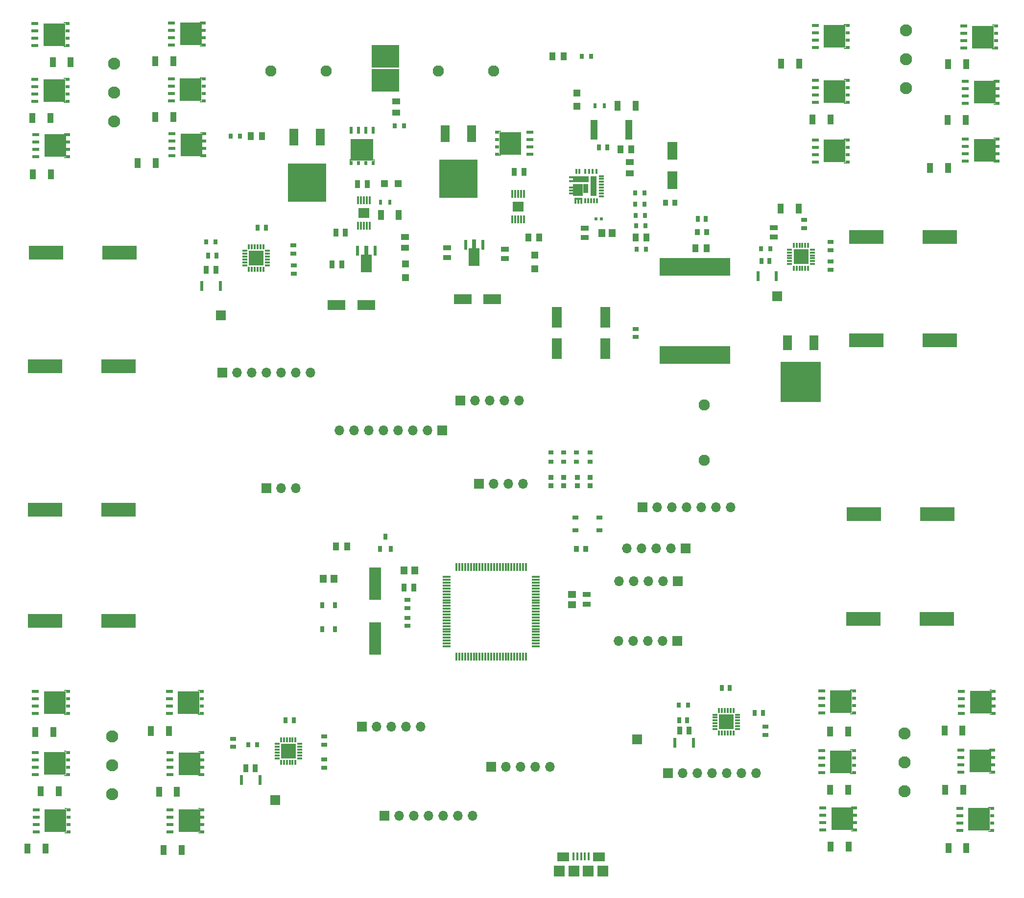
<source format=gts>
G04 #@! TF.GenerationSoftware,KiCad,Pcbnew,7.0.8*
G04 #@! TF.CreationDate,2023-11-03T15:57:49-04:00*
G04 #@! TF.ProjectId,GoodBotControlBoard,476f6f64-426f-4744-936f-6e74726f6c42,rev?*
G04 #@! TF.SameCoordinates,Original*
G04 #@! TF.FileFunction,Soldermask,Top*
G04 #@! TF.FilePolarity,Negative*
%FSLAX46Y46*%
G04 Gerber Fmt 4.6, Leading zero omitted, Abs format (unit mm)*
G04 Created by KiCad (PCBNEW 7.0.8) date 2023-11-03 15:57:49*
%MOMM*%
%LPD*%
G01*
G04 APERTURE LIST*
%ADD10R,12.150000X3.050000*%
%ADD11R,0.800000X0.950000*%
%ADD12R,1.450000X1.000000*%
%ADD13R,4.850000X3.900000*%
%ADD14R,1.000000X1.450000*%
%ADD15R,1.050000X1.800000*%
%ADD16R,1.700000X1.700000*%
%ADD17O,1.700000X1.700000*%
%ADD18R,0.950000X1.000000*%
%ADD19R,0.990000X0.780000*%
%ADD20R,1.430000X0.940000*%
%ADD21R,1.800000X3.600000*%
%ADD22R,0.960000X1.390000*%
%ADD23R,0.620000X1.820000*%
%ADD24R,1.250000X3.350000*%
%ADD25R,0.350000X0.950000*%
%ADD26R,0.650000X0.350000*%
%ADD27R,0.350000X0.650000*%
%ADD28R,0.950000X0.350000*%
%ADD29R,1.100000X3.400000*%
%ADD30R,2.700000X1.100000*%
%ADD31R,1.730000X2.100000*%
%ADD32R,0.970000X1.520000*%
%ADD33R,1.350000X0.300000*%
%ADD34R,0.780000X0.990000*%
%ADD35R,0.600000X0.620000*%
%ADD36R,0.950000X0.800000*%
%ADD37R,0.900000X0.300000*%
%ADD38R,0.300000X0.900000*%
%ADD39R,2.600000X2.600000*%
%ADD40R,0.300000X1.425000*%
%ADD41R,1.880000X1.680000*%
%ADD42R,1.270000X0.610000*%
%ADD43R,0.710000X0.610000*%
%ADD44R,3.810000X3.910000*%
%ADD45R,0.310000X0.255000*%
%ADD46R,0.580000X1.730000*%
%ADD47R,0.760000X1.500000*%
%ADD48R,1.933000X3.030000*%
%ADD49R,0.950000X0.950000*%
%ADD50R,6.000000X2.350000*%
%ADD51R,3.150000X1.800000*%
%ADD52R,1.150000X1.450000*%
%ADD53C,2.100000*%
%ADD54R,0.650000X1.050000*%
%ADD55R,0.940000X1.430000*%
%ADD56R,1.050000X0.650000*%
%ADD57R,1.450000X1.150000*%
%ADD58R,0.650000X1.100000*%
%ADD59C,1.950000*%
%ADD60R,1.150000X1.150000*%
%ADD61R,1.390000X0.960000*%
%ADD62R,1.600000X3.000000*%
%ADD63R,6.700000X6.700000*%
%ADD64R,2.100000X5.600000*%
%ADD65R,0.540000X0.940000*%
%ADD66R,1.475000X0.300000*%
%ADD67R,0.300000X1.475000*%
%ADD68R,1.500000X2.500000*%
%ADD69R,7.000000X7.000000*%
%ADD70R,0.400000X1.350000*%
%ADD71R,2.100000X1.600000*%
%ADD72R,1.900000X1.900000*%
%ADD73R,0.610000X1.270000*%
%ADD74R,0.610000X0.710000*%
%ADD75R,3.910000X3.810000*%
%ADD76R,0.255000X0.310000*%
%ADD77R,1.800000X3.150000*%
G04 APERTURE END LIST*
D10*
G04 #@! TO.C,L1*
X149733000Y-76327000D03*
X149733000Y-61127000D03*
G04 #@! TD*
D11*
G04 #@! TO.C,R58*
X97904400Y-36728400D03*
X99504400Y-36728400D03*
G04 #@! TD*
D12*
G04 #@! TO.C,R57*
X98145600Y-34427200D03*
X98145600Y-32527200D03*
G04 #@! TD*
D13*
G04 #@! TO.C,R56*
X96215200Y-28888800D03*
X96215200Y-24688800D03*
G04 #@! TD*
D14*
G04 #@! TO.C,R55*
X89646800Y-109474000D03*
X87746800Y-109474000D03*
G04 #@! TD*
D15*
G04 #@! TO.C,R32*
X38837200Y-141528800D03*
X35737200Y-141528800D03*
G04 #@! TD*
G04 #@! TO.C,R31*
X58801600Y-141376400D03*
X55701600Y-141376400D03*
G04 #@! TD*
G04 #@! TO.C,R30*
X39751600Y-151841200D03*
X36651600Y-151841200D03*
G04 #@! TD*
G04 #@! TO.C,R29*
X60224000Y-151892000D03*
X57124000Y-151892000D03*
G04 #@! TD*
G04 #@! TO.C,R28*
X37465600Y-161696400D03*
X34365600Y-161696400D03*
G04 #@! TD*
G04 #@! TO.C,R27*
X57910800Y-162001200D03*
X61010800Y-162001200D03*
G04 #@! TD*
G04 #@! TO.C,R25*
X173176000Y-141478000D03*
X176276000Y-141478000D03*
G04 #@! TD*
G04 #@! TO.C,R24*
X192912400Y-141325600D03*
X196012400Y-141325600D03*
G04 #@! TD*
G04 #@! TO.C,R23*
X176276000Y-151587200D03*
X173176000Y-151587200D03*
G04 #@! TD*
G04 #@! TO.C,R22*
X193064800Y-151587200D03*
X196164800Y-151587200D03*
G04 #@! TD*
G04 #@! TO.C,R21*
X173226800Y-161340800D03*
X176326800Y-161340800D03*
G04 #@! TD*
G04 #@! TO.C,R20*
X193597600Y-161594800D03*
X196697600Y-161594800D03*
G04 #@! TD*
G04 #@! TO.C,R18*
X164692400Y-25958800D03*
X167792400Y-25958800D03*
G04 #@! TD*
G04 #@! TO.C,R17*
X193546800Y-26111200D03*
X196646800Y-26111200D03*
G04 #@! TD*
G04 #@! TO.C,R16*
X170103200Y-35661600D03*
X173203200Y-35661600D03*
G04 #@! TD*
G04 #@! TO.C,R15*
X193445200Y-35763200D03*
X196545200Y-35763200D03*
G04 #@! TD*
G04 #@! TO.C,R14*
X164601600Y-51037400D03*
X167701600Y-51037400D03*
G04 #@! TD*
G04 #@! TO.C,R13*
X190397200Y-43992800D03*
X193497200Y-43992800D03*
G04 #@! TD*
G04 #@! TO.C,R11*
X41834400Y-25755600D03*
X38734400Y-25755600D03*
G04 #@! TD*
G04 #@! TO.C,R10*
X53415600Y-43180000D03*
X56515600Y-43180000D03*
G04 #@! TD*
G04 #@! TO.C,R9*
X59563600Y-25603200D03*
X56463600Y-25603200D03*
G04 #@! TD*
G04 #@! TO.C,R8*
X38329200Y-35356800D03*
X35229200Y-35356800D03*
G04 #@! TD*
G04 #@! TO.C,R7*
X59589600Y-35255200D03*
X56489600Y-35255200D03*
G04 #@! TD*
G04 #@! TO.C,R6*
X38430800Y-45110400D03*
X35330800Y-45110400D03*
G04 #@! TD*
D16*
G04 #@! TO.C,J31*
X109169200Y-84277200D03*
D17*
X111709200Y-84277200D03*
X114249200Y-84277200D03*
X116789200Y-84277200D03*
X119329200Y-84277200D03*
G04 #@! TD*
D16*
G04 #@! TO.C,J26*
X96062800Y-156006800D03*
D17*
X98602800Y-156006800D03*
X101142800Y-156006800D03*
X103682800Y-156006800D03*
X106222800Y-156006800D03*
X108762800Y-156006800D03*
X111302800Y-156006800D03*
G04 #@! TD*
D16*
G04 #@! TO.C,J21*
X145135600Y-148691600D03*
D17*
X147675600Y-148691600D03*
X150215600Y-148691600D03*
X152755600Y-148691600D03*
X155295600Y-148691600D03*
X157835600Y-148691600D03*
X160375600Y-148691600D03*
G04 #@! TD*
D16*
G04 #@! TO.C,J16*
X140711000Y-102666800D03*
D17*
X143251000Y-102666800D03*
X145791000Y-102666800D03*
X148331000Y-102666800D03*
X150871000Y-102666800D03*
X153411000Y-102666800D03*
X155951000Y-102666800D03*
G04 #@! TD*
D16*
G04 #@! TO.C,J11*
X68082000Y-79413000D03*
D17*
X70622000Y-79413000D03*
X73162000Y-79413000D03*
X75702000Y-79413000D03*
X78242000Y-79413000D03*
X80782000Y-79413000D03*
X83322000Y-79413000D03*
G04 #@! TD*
D16*
G04 #@! TO.C,J9*
X148183600Y-109829600D03*
D17*
X145643600Y-109829600D03*
X143103600Y-109829600D03*
X140563600Y-109829600D03*
X138023600Y-109829600D03*
G04 #@! TD*
D16*
G04 #@! TO.C,J8*
X146710400Y-125780800D03*
D17*
X144170400Y-125780800D03*
X141630400Y-125780800D03*
X139090400Y-125780800D03*
X136550400Y-125780800D03*
G04 #@! TD*
D16*
G04 #@! TO.C,J7*
X146812000Y-115519200D03*
D17*
X144272000Y-115519200D03*
X141732000Y-115519200D03*
X139192000Y-115519200D03*
X136652000Y-115519200D03*
G04 #@! TD*
D16*
G04 #@! TO.C,J6*
X114505000Y-147600000D03*
D17*
X117045000Y-147600000D03*
X119585000Y-147600000D03*
X122125000Y-147600000D03*
X124665000Y-147600000D03*
G04 #@! TD*
D16*
G04 #@! TO.C,J5*
X92202000Y-140665200D03*
D17*
X94742000Y-140665200D03*
X97282000Y-140665200D03*
X99822000Y-140665200D03*
X102362000Y-140665200D03*
G04 #@! TD*
D16*
G04 #@! TO.C,J3*
X112430400Y-98602800D03*
D17*
X114970400Y-98602800D03*
X117510400Y-98602800D03*
X120050400Y-98602800D03*
G04 #@! TD*
D16*
G04 #@! TO.C,J2*
X106070400Y-89408000D03*
D17*
X103530400Y-89408000D03*
X100990400Y-89408000D03*
X98450400Y-89408000D03*
X95910400Y-89408000D03*
X93370400Y-89408000D03*
X90830400Y-89408000D03*
X88290400Y-89408000D03*
G04 #@! TD*
D16*
G04 #@! TO.C,J1*
X75641200Y-99415600D03*
D17*
X78181200Y-99415600D03*
X80721200Y-99415600D03*
G04 #@! TD*
D18*
G04 #@! TO.C,C7*
X130911600Y-109880400D03*
X129311600Y-109880400D03*
G04 #@! TD*
D19*
G04 #@! TO.C,C24*
X173234200Y-58234200D03*
X173234200Y-56834200D03*
G04 #@! TD*
D11*
G04 #@! TO.C,R5*
X65277800Y-56804400D03*
X66877800Y-56804400D03*
G04 #@! TD*
D20*
G04 #@! TO.C,C58*
X106895000Y-57841000D03*
X106895000Y-59481000D03*
G04 #@! TD*
D21*
G04 #@! TO.C,C41*
X125895000Y-75241000D03*
X125895000Y-69841000D03*
G04 #@! TD*
D22*
G04 #@! TO.C,C28*
X148735400Y-141264600D03*
X147115400Y-141264600D03*
G04 #@! TD*
D23*
G04 #@! TO.C,C10*
X67715800Y-64404400D03*
X64515800Y-64404400D03*
G04 #@! TD*
D24*
G04 #@! TO.C,R37*
X138295000Y-37441000D03*
X132295000Y-37441000D03*
G04 #@! TD*
D25*
G04 #@! TO.C,IC7*
X132745000Y-44641000D03*
X132095000Y-44641000D03*
X131445000Y-44641000D03*
X130795000Y-44641000D03*
X129795000Y-44641000D03*
X129295000Y-44641000D03*
D26*
X128370000Y-45647000D03*
X128370000Y-46297000D03*
X128370000Y-47427000D03*
X128370000Y-47927000D03*
X128370000Y-48427000D03*
D27*
X129145000Y-49842000D03*
X129645000Y-49842000D03*
X130145000Y-49842000D03*
D25*
X130795000Y-49692000D03*
X131295000Y-49692000D03*
X131795000Y-49692000D03*
X132295000Y-49692000D03*
X132795000Y-49692000D03*
D28*
X133570000Y-48916000D03*
X133570000Y-48416000D03*
X133570000Y-47916000D03*
X133570000Y-47416000D03*
X133570000Y-46916000D03*
X133570000Y-46416000D03*
X133570000Y-45916000D03*
X133570000Y-45416000D03*
D29*
X132245000Y-47117000D03*
D30*
X130045000Y-45967000D03*
D31*
X129560000Y-47867000D03*
D32*
X130910000Y-47577000D03*
D33*
X129645000Y-49367000D03*
G04 #@! TD*
D11*
G04 #@! TO.C,R41*
X139662000Y-58039000D03*
X141262000Y-58039000D03*
G04 #@! TD*
D34*
G04 #@! TO.C,C31*
X155792400Y-133959600D03*
X154392400Y-133959600D03*
G04 #@! TD*
G04 #@! TO.C,C15*
X75578800Y-54356400D03*
X74178800Y-54356400D03*
G04 #@! TD*
D35*
G04 #@! TO.C,C51*
X132684000Y-52841000D03*
X133604000Y-52841000D03*
G04 #@! TD*
D36*
G04 #@! TO.C,R3*
X129280000Y-93195000D03*
X129280000Y-94795000D03*
G04 #@! TD*
D37*
G04 #@! TO.C,IC5*
X153220400Y-138556600D03*
X153220400Y-139056600D03*
X153220400Y-139556600D03*
X153220400Y-140056600D03*
X153220400Y-140556600D03*
X153220400Y-141056600D03*
D38*
X153920400Y-141756600D03*
X154420400Y-141756600D03*
X154920400Y-141756600D03*
X155420400Y-141756600D03*
X155920400Y-141756600D03*
X156420400Y-141756600D03*
D37*
X157120400Y-141056600D03*
X157120400Y-140556600D03*
X157120400Y-140056600D03*
X157120400Y-139556600D03*
X157120400Y-139056600D03*
X157120400Y-138556600D03*
D38*
X156420400Y-137856600D03*
X155920400Y-137856600D03*
X155420400Y-137856600D03*
X154920400Y-137856600D03*
X154420400Y-137856600D03*
X153920400Y-137856600D03*
D39*
X155170400Y-139806600D03*
G04 #@! TD*
D40*
G04 #@! TO.C,IC11*
X118195000Y-52893000D03*
X118695000Y-52893000D03*
X119195000Y-52893000D03*
X119695000Y-52893000D03*
X120195000Y-52893000D03*
X120195000Y-48469000D03*
X119695000Y-48469000D03*
X119195000Y-48469000D03*
X118695000Y-48469000D03*
X118195000Y-48469000D03*
D41*
X119195000Y-50681000D03*
G04 #@! TD*
D11*
G04 #@! TO.C,R39*
X139497000Y-52197000D03*
X141097000Y-52197000D03*
G04 #@! TD*
D37*
G04 #@! TO.C,IC3*
X71932800Y-58358400D03*
X71932800Y-58858400D03*
X71932800Y-59358400D03*
X71932800Y-59858400D03*
X71932800Y-60358400D03*
X71932800Y-60858400D03*
D38*
X72632800Y-61558400D03*
X73132800Y-61558400D03*
X73632800Y-61558400D03*
X74132800Y-61558400D03*
X74632800Y-61558400D03*
X75132800Y-61558400D03*
D37*
X75832800Y-60858400D03*
X75832800Y-60358400D03*
X75832800Y-59858400D03*
X75832800Y-59358400D03*
X75832800Y-58858400D03*
X75832800Y-58358400D03*
D38*
X75132800Y-57658400D03*
X74632800Y-57658400D03*
X74132800Y-57658400D03*
X73632800Y-57658400D03*
X73132800Y-57658400D03*
X72632800Y-57658400D03*
D39*
X73882800Y-59608400D03*
G04 #@! TD*
D16*
G04 #@! TO.C,J17*
X163967200Y-66201200D03*
G04 #@! TD*
D22*
G04 #@! TO.C,C12*
X66925800Y-61595400D03*
X65305800Y-61595400D03*
G04 #@! TD*
D42*
G04 #@! TO.C,Q7*
X196219000Y-19486000D03*
X196219000Y-20756000D03*
X196219000Y-22026000D03*
X196219000Y-23296000D03*
D43*
X201839000Y-23296000D03*
X201839000Y-22026000D03*
X201839000Y-20756000D03*
X201839000Y-19486000D03*
D44*
X199579000Y-21391000D03*
D45*
X201329000Y-23474000D03*
X201329000Y-19308000D03*
G04 #@! TD*
D46*
G04 #@! TO.C,IC8*
X94448200Y-58339600D03*
D47*
X92948200Y-58224600D03*
D46*
X91448200Y-58339600D03*
D48*
X92948200Y-60489600D03*
G04 #@! TD*
D49*
G04 #@! TO.C,LED2*
X127080000Y-97495000D03*
X127080000Y-98995000D03*
G04 #@! TD*
D50*
G04 #@! TO.C,C29*
X191583000Y-122006000D03*
X178883000Y-122006000D03*
G04 #@! TD*
D51*
G04 #@! TO.C,C53*
X92917400Y-67703200D03*
X87817400Y-67703200D03*
G04 #@! TD*
D52*
G04 #@! TO.C,C5*
X87345000Y-115050000D03*
X85545000Y-115050000D03*
G04 #@! TD*
D36*
G04 #@! TO.C,R4*
X131680000Y-93195000D03*
X131680000Y-94795000D03*
G04 #@! TD*
D19*
G04 #@! TO.C,C30*
X161950400Y-142025600D03*
X161950400Y-140625600D03*
G04 #@! TD*
D53*
G04 #@! TO.C,J25*
X49022000Y-142290800D03*
X49022000Y-147290800D03*
X49022000Y-152290800D03*
G04 #@! TD*
D15*
G04 #@! TO.C,R50*
X98562200Y-52158400D03*
X95462200Y-52158400D03*
G04 #@! TD*
D54*
G04 #@! TO.C,S1*
X87495000Y-119650000D03*
X87495000Y-123800000D03*
X85345000Y-119650000D03*
X85345000Y-123800000D03*
G04 #@! TD*
D34*
G04 #@! TO.C,C32*
X160107400Y-138277600D03*
X161507400Y-138277600D03*
G04 #@! TD*
D19*
G04 #@! TO.C,C14*
X80401800Y-62295400D03*
X80401800Y-60895400D03*
G04 #@! TD*
D52*
G04 #@! TO.C,C4*
X101295000Y-113600000D03*
X99495000Y-113600000D03*
G04 #@! TD*
D21*
G04 #@! TO.C,C42*
X134295000Y-75241000D03*
X134295000Y-69841000D03*
G04 #@! TD*
D14*
G04 #@! TO.C,R35*
X151765000Y-57912000D03*
X149865000Y-57912000D03*
G04 #@! TD*
D34*
G04 #@! TO.C,C45*
X150238000Y-52832000D03*
X151638000Y-52832000D03*
G04 #@! TD*
D23*
G04 #@! TO.C,C34*
X74596000Y-149884000D03*
X71396000Y-149884000D03*
G04 #@! TD*
D36*
G04 #@! TO.C,R2*
X127080000Y-93195000D03*
X127080000Y-94795000D03*
G04 #@! TD*
D42*
G04 #@! TO.C,Q4*
X59218000Y-28597000D03*
X59218000Y-29867000D03*
X59218000Y-31137000D03*
X59218000Y-32407000D03*
D43*
X64838000Y-32407000D03*
X64838000Y-31137000D03*
X64838000Y-29867000D03*
X64838000Y-28597000D03*
D44*
X62578000Y-30502000D03*
D45*
X64328000Y-32585000D03*
X64328000Y-28419000D03*
G04 #@! TD*
D14*
G04 #@! TO.C,R43*
X127035600Y-24739600D03*
X125135600Y-24739600D03*
G04 #@! TD*
D11*
G04 #@! TO.C,R46*
X71120000Y-38481000D03*
X69520000Y-38481000D03*
G04 #@! TD*
D55*
G04 #@! TO.C,C60*
X118555000Y-44681000D03*
X120195000Y-44681000D03*
G04 #@! TD*
D37*
G04 #@! TO.C,IC6*
X77512000Y-143599000D03*
X77512000Y-144099000D03*
X77512000Y-144599000D03*
X77512000Y-145099000D03*
X77512000Y-145599000D03*
X77512000Y-146099000D03*
D38*
X78212000Y-146799000D03*
X78712000Y-146799000D03*
X79212000Y-146799000D03*
X79712000Y-146799000D03*
X80212000Y-146799000D03*
X80712000Y-146799000D03*
D37*
X81412000Y-146099000D03*
X81412000Y-145599000D03*
X81412000Y-145099000D03*
X81412000Y-144599000D03*
X81412000Y-144099000D03*
X81412000Y-143599000D03*
D38*
X80712000Y-142899000D03*
X80212000Y-142899000D03*
X79712000Y-142899000D03*
X79212000Y-142899000D03*
X78712000Y-142899000D03*
X78212000Y-142899000D03*
D39*
X79462000Y-144849000D03*
G04 #@! TD*
D50*
G04 #@! TO.C,C37*
X50133000Y-122315000D03*
X37433000Y-122315000D03*
G04 #@! TD*
D11*
G04 #@! TO.C,R33*
X139624000Y-53975000D03*
X141224000Y-53975000D03*
G04 #@! TD*
D20*
G04 #@! TO.C,C8*
X131064000Y-117805200D03*
X131064000Y-119445200D03*
G04 #@! TD*
D53*
G04 #@! TO.C,J10*
X49377600Y-26017200D03*
X49377600Y-31017200D03*
X49377600Y-36017200D03*
G04 #@! TD*
D56*
G04 #@! TO.C,S2*
X129098400Y-104495600D03*
X133248400Y-104495600D03*
X129098400Y-106645600D03*
X133248400Y-106645600D03*
G04 #@! TD*
D42*
G04 #@! TO.C,Q18*
X171866000Y-154645000D03*
X171866000Y-155915000D03*
X171866000Y-157185000D03*
X171866000Y-158455000D03*
D43*
X177486000Y-158455000D03*
X177486000Y-157185000D03*
X177486000Y-155915000D03*
X177486000Y-154645000D03*
D44*
X175226000Y-156550000D03*
D45*
X176976000Y-158633000D03*
X176976000Y-154467000D03*
G04 #@! TD*
D49*
G04 #@! TO.C,LED1*
X124880000Y-97495000D03*
X124880000Y-98995000D03*
G04 #@! TD*
D57*
G04 #@! TO.C,C6*
X128524000Y-117729000D03*
X128524000Y-119529000D03*
G04 #@! TD*
D20*
G04 #@! TO.C,C44*
X130695000Y-56081000D03*
X130695000Y-54441000D03*
G04 #@! TD*
D58*
G04 #@! TO.C,IC1*
X95285000Y-109900000D03*
X97205000Y-109900000D03*
X96245000Y-107800000D03*
G04 #@! TD*
D59*
G04 #@! TO.C,J32*
X114930000Y-27228800D03*
X105410000Y-27228800D03*
G04 #@! TD*
D16*
G04 #@! TO.C,J27*
X77165200Y-153314400D03*
G04 #@! TD*
D60*
G04 #@! TO.C,R53*
X129345000Y-31041000D03*
X129345000Y-33391000D03*
G04 #@! TD*
D14*
G04 #@! TO.C,R34*
X141412000Y-56007000D03*
X139512000Y-56007000D03*
G04 #@! TD*
D12*
G04 #@! TO.C,R38*
X138495000Y-44941000D03*
X138495000Y-43041000D03*
G04 #@! TD*
D42*
G04 #@! TO.C,Q5*
X59345000Y-38122000D03*
X59345000Y-39392000D03*
X59345000Y-40662000D03*
X59345000Y-41932000D03*
D43*
X64965000Y-41932000D03*
X64965000Y-40662000D03*
X64965000Y-39392000D03*
X64965000Y-38122000D03*
D44*
X62705000Y-40027000D03*
D45*
X64455000Y-42110000D03*
X64455000Y-37944000D03*
G04 #@! TD*
D16*
G04 #@! TO.C,J12*
X67843400Y-69519800D03*
G04 #@! TD*
D20*
G04 #@! TO.C,C55*
X116895000Y-59721000D03*
X116895000Y-58081000D03*
G04 #@! TD*
D34*
G04 #@! TO.C,C46*
X133195000Y-40441000D03*
X134595000Y-40441000D03*
G04 #@! TD*
D42*
G04 #@! TO.C,Q23*
X58993000Y-154975000D03*
X58993000Y-156245000D03*
X58993000Y-157515000D03*
X58993000Y-158785000D03*
D43*
X64613000Y-158785000D03*
X64613000Y-157515000D03*
X64613000Y-156245000D03*
X64613000Y-154975000D03*
D44*
X62353000Y-156880000D03*
D45*
X64103000Y-158963000D03*
X64103000Y-154797000D03*
G04 #@! TD*
D19*
G04 #@! TO.C,C16*
X80339800Y-58804400D03*
X80339800Y-57404400D03*
G04 #@! TD*
D61*
G04 #@! TO.C,C20*
X163437200Y-55945200D03*
X163437200Y-54325200D03*
G04 #@! TD*
D42*
G04 #@! TO.C,Q21*
X35742000Y-145069000D03*
X35742000Y-146339000D03*
X35742000Y-147609000D03*
X35742000Y-148879000D03*
D43*
X41362000Y-148879000D03*
X41362000Y-147609000D03*
X41362000Y-146339000D03*
X41362000Y-145069000D03*
D44*
X39102000Y-146974000D03*
D45*
X40852000Y-149057000D03*
X40852000Y-144891000D03*
G04 #@! TD*
D19*
G04 #@! TO.C,C1*
X100095000Y-121800000D03*
X100095000Y-123200000D03*
G04 #@! TD*
D62*
G04 #@! TO.C,D4*
X84998000Y-38685000D03*
D63*
X82712000Y-46535000D03*
D62*
X80426000Y-38685000D03*
G04 #@! TD*
D42*
G04 #@! TO.C,Q2*
X35671000Y-19063000D03*
X35671000Y-20333000D03*
X35671000Y-21603000D03*
X35671000Y-22873000D03*
D43*
X41291000Y-22873000D03*
X41291000Y-21603000D03*
X41291000Y-20333000D03*
X41291000Y-19063000D03*
D44*
X39031000Y-20968000D03*
D45*
X40781000Y-23051000D03*
X40781000Y-18885000D03*
G04 #@! TD*
D64*
G04 #@! TO.C,Y1*
X94495000Y-115900000D03*
X94495000Y-125400000D03*
G04 #@! TD*
D55*
G04 #@! TO.C,C3*
X101135000Y-116600000D03*
X99495000Y-116600000D03*
G04 #@! TD*
G04 #@! TO.C,C54*
X89305000Y-55155600D03*
X87665000Y-55155600D03*
G04 #@! TD*
D19*
G04 #@! TO.C,C40*
X85665000Y-143726000D03*
X85665000Y-142326000D03*
G04 #@! TD*
D42*
G04 #@! TO.C,Q20*
X35742000Y-134528000D03*
X35742000Y-135798000D03*
X35742000Y-137068000D03*
X35742000Y-138338000D03*
D43*
X41362000Y-138338000D03*
X41362000Y-137068000D03*
X41362000Y-135798000D03*
X41362000Y-134528000D03*
D44*
X39102000Y-136433000D03*
D45*
X40852000Y-138516000D03*
X40852000Y-134350000D03*
G04 #@! TD*
D55*
G04 #@! TO.C,C57*
X91460600Y-46824400D03*
X93100600Y-46824400D03*
G04 #@! TD*
D34*
G04 #@! TO.C,C9*
X67007800Y-59204400D03*
X65607800Y-59204400D03*
G04 #@! TD*
D65*
G04 #@! TO.C,C61*
X134095000Y-33241000D03*
X132495000Y-33241000D03*
G04 #@! TD*
D37*
G04 #@! TO.C,IC4*
X166147200Y-58135200D03*
X166147200Y-58635200D03*
X166147200Y-59135200D03*
X166147200Y-59635200D03*
X166147200Y-60135200D03*
X166147200Y-60635200D03*
D38*
X166847200Y-61335200D03*
X167347200Y-61335200D03*
X167847200Y-61335200D03*
X168347200Y-61335200D03*
X168847200Y-61335200D03*
X169347200Y-61335200D03*
D37*
X170047200Y-60635200D03*
X170047200Y-60135200D03*
X170047200Y-59635200D03*
X170047200Y-59135200D03*
X170047200Y-58635200D03*
X170047200Y-58135200D03*
D38*
X169347200Y-57435200D03*
X168847200Y-57435200D03*
X168347200Y-57435200D03*
X167847200Y-57435200D03*
X167347200Y-57435200D03*
X166847200Y-57435200D03*
D39*
X168097200Y-59385200D03*
G04 #@! TD*
D18*
G04 #@! TO.C,C50*
X144695000Y-50041000D03*
X146295000Y-50041000D03*
G04 #@! TD*
D60*
G04 #@! TO.C,R47*
X99755400Y-62992000D03*
X99755400Y-60642000D03*
G04 #@! TD*
D19*
G04 #@! TO.C,C23*
X168666200Y-54393200D03*
X168666200Y-52993200D03*
G04 #@! TD*
D34*
G04 #@! TO.C,C39*
X80396000Y-139535000D03*
X78996000Y-139535000D03*
G04 #@! TD*
D11*
G04 #@! TO.C,R26*
X72508000Y-143788000D03*
X74108000Y-143788000D03*
G04 #@! TD*
D12*
G04 #@! TO.C,R48*
X99653800Y-57832800D03*
X99653800Y-55932800D03*
G04 #@! TD*
D11*
G04 #@! TO.C,R44*
X130235600Y-24739600D03*
X131835600Y-24739600D03*
G04 #@! TD*
D42*
G04 #@! TO.C,Q22*
X58995000Y-145120000D03*
X58995000Y-146390000D03*
X58995000Y-147660000D03*
X58995000Y-148930000D03*
D43*
X64615000Y-148930000D03*
X64615000Y-147660000D03*
X64615000Y-146390000D03*
X64615000Y-145120000D03*
D44*
X62355000Y-147025000D03*
D45*
X64105000Y-149108000D03*
X64105000Y-144942000D03*
G04 #@! TD*
D19*
G04 #@! TO.C,C38*
X85665000Y-147725000D03*
X85665000Y-146325000D03*
G04 #@! TD*
D42*
G04 #@! TO.C,Q17*
X195550000Y-154762000D03*
X195550000Y-156032000D03*
X195550000Y-157302000D03*
X195550000Y-158572000D03*
D43*
X201170000Y-158572000D03*
X201170000Y-157302000D03*
X201170000Y-156032000D03*
X201170000Y-154762000D03*
D44*
X198910000Y-156667000D03*
D45*
X200660000Y-158750000D03*
X200660000Y-154584000D03*
G04 #@! TD*
D19*
G04 #@! TO.C,C22*
X173234200Y-61601200D03*
X173234200Y-60201200D03*
G04 #@! TD*
D42*
G04 #@! TO.C,Q1*
X59250000Y-18945000D03*
X59250000Y-20215000D03*
X59250000Y-21485000D03*
X59250000Y-22755000D03*
D43*
X64870000Y-22755000D03*
X64870000Y-21485000D03*
X64870000Y-20215000D03*
X64870000Y-18945000D03*
D44*
X62610000Y-20850000D03*
D45*
X64360000Y-22933000D03*
X64360000Y-18767000D03*
G04 #@! TD*
D16*
G04 #@! TO.C,J22*
X139801600Y-142849600D03*
G04 #@! TD*
D11*
G04 #@! TO.C,R19*
X146960400Y-136880600D03*
X148560400Y-136880600D03*
G04 #@! TD*
D34*
G04 #@! TO.C,C17*
X162647200Y-60135200D03*
X161247200Y-60135200D03*
G04 #@! TD*
D50*
G04 #@! TO.C,C21*
X192060000Y-73842000D03*
X179360000Y-73842000D03*
G04 #@! TD*
D65*
G04 #@! TO.C,C59*
X97050200Y-49974000D03*
X95450200Y-49974000D03*
G04 #@! TD*
D42*
G04 #@! TO.C,Q11*
X196505000Y-39044000D03*
X196505000Y-40314000D03*
X196505000Y-41584000D03*
X196505000Y-42854000D03*
D43*
X202125000Y-42854000D03*
X202125000Y-41584000D03*
X202125000Y-40314000D03*
X202125000Y-39044000D03*
D44*
X199865000Y-40949000D03*
D45*
X201615000Y-43032000D03*
X201615000Y-38866000D03*
G04 #@! TD*
D49*
G04 #@! TO.C,LED4*
X131680000Y-97495000D03*
X131680000Y-98995000D03*
G04 #@! TD*
D59*
G04 #@! TO.C,J33*
X86004400Y-27228800D03*
X76484400Y-27228800D03*
G04 #@! TD*
D50*
G04 #@! TO.C,C19*
X192060000Y-55935000D03*
X179360000Y-55935000D03*
G04 #@! TD*
D66*
G04 #@! TO.C,IC2*
X106807000Y-114738000D03*
X106807000Y-115238000D03*
X106807000Y-115738000D03*
X106807000Y-116238000D03*
X106807000Y-116738000D03*
X106807000Y-117238000D03*
X106807000Y-117738000D03*
X106807000Y-118238000D03*
X106807000Y-118738000D03*
X106807000Y-119238000D03*
X106807000Y-119738000D03*
X106807000Y-120238000D03*
X106807000Y-120738000D03*
X106807000Y-121238000D03*
X106807000Y-121738000D03*
X106807000Y-122238000D03*
X106807000Y-122738000D03*
X106807000Y-123238000D03*
X106807000Y-123738000D03*
X106807000Y-124238000D03*
X106807000Y-124738000D03*
X106807000Y-125238000D03*
X106807000Y-125738000D03*
X106807000Y-126238000D03*
X106807000Y-126738000D03*
D67*
X108545000Y-128476000D03*
X109045000Y-128476000D03*
X109545000Y-128476000D03*
X110045000Y-128476000D03*
X110545000Y-128476000D03*
X111045000Y-128476000D03*
X111545000Y-128476000D03*
X112045000Y-128476000D03*
X112545000Y-128476000D03*
X113045000Y-128476000D03*
X113545000Y-128476000D03*
X114045000Y-128476000D03*
X114545000Y-128476000D03*
X115045000Y-128476000D03*
X115545000Y-128476000D03*
X116045000Y-128476000D03*
X116545000Y-128476000D03*
X117045000Y-128476000D03*
X117545000Y-128476000D03*
X118045000Y-128476000D03*
X118545000Y-128476000D03*
X119045000Y-128476000D03*
X119545000Y-128476000D03*
X120045000Y-128476000D03*
X120545000Y-128476000D03*
D66*
X122283000Y-126738000D03*
X122283000Y-126238000D03*
X122283000Y-125738000D03*
X122283000Y-125238000D03*
X122283000Y-124738000D03*
X122283000Y-124238000D03*
X122283000Y-123738000D03*
X122283000Y-123238000D03*
X122283000Y-122738000D03*
X122283000Y-122238000D03*
X122283000Y-121738000D03*
X122283000Y-121238000D03*
X122283000Y-120738000D03*
X122283000Y-120238000D03*
X122283000Y-119738000D03*
X122283000Y-119238000D03*
X122283000Y-118738000D03*
X122283000Y-118238000D03*
X122283000Y-117738000D03*
X122283000Y-117238000D03*
X122283000Y-116738000D03*
X122283000Y-116238000D03*
X122283000Y-115738000D03*
X122283000Y-115238000D03*
X122283000Y-114738000D03*
D67*
X120545000Y-113000000D03*
X120045000Y-113000000D03*
X119545000Y-113000000D03*
X119045000Y-113000000D03*
X118545000Y-113000000D03*
X118045000Y-113000000D03*
X117545000Y-113000000D03*
X117045000Y-113000000D03*
X116545000Y-113000000D03*
X116045000Y-113000000D03*
X115545000Y-113000000D03*
X115045000Y-113000000D03*
X114545000Y-113000000D03*
X114045000Y-113000000D03*
X113545000Y-113000000D03*
X113045000Y-113000000D03*
X112545000Y-113000000D03*
X112045000Y-113000000D03*
X111545000Y-113000000D03*
X111045000Y-113000000D03*
X110545000Y-113000000D03*
X110045000Y-113000000D03*
X109545000Y-113000000D03*
X109045000Y-113000000D03*
X108545000Y-113000000D03*
G04 #@! TD*
D68*
G04 #@! TO.C,D1*
X170331200Y-74210200D03*
D69*
X168031200Y-81060200D03*
D68*
X165731200Y-74210200D03*
G04 #@! TD*
D14*
G04 #@! TO.C,R52*
X122845000Y-56041000D03*
X120945000Y-56041000D03*
G04 #@! TD*
D15*
G04 #@! TO.C,R54*
X136395000Y-33241000D03*
X139495000Y-33241000D03*
G04 #@! TD*
D14*
G04 #@! TO.C,R36*
X138795000Y-40841000D03*
X136895000Y-40841000D03*
G04 #@! TD*
D53*
G04 #@! TO.C,J20*
X186029600Y-151833600D03*
X186029600Y-146833600D03*
X186029600Y-141833600D03*
G04 #@! TD*
D42*
G04 #@! TO.C,Q6*
X35798000Y-38240000D03*
X35798000Y-39510000D03*
X35798000Y-40780000D03*
X35798000Y-42050000D03*
D43*
X41418000Y-42050000D03*
X41418000Y-40780000D03*
X41418000Y-39510000D03*
X41418000Y-38240000D03*
D44*
X39158000Y-40145000D03*
D45*
X40908000Y-42228000D03*
X40908000Y-38062000D03*
G04 #@! TD*
D11*
G04 #@! TO.C,R12*
X161174200Y-57976200D03*
X162774200Y-57976200D03*
G04 #@! TD*
D52*
G04 #@! TO.C,C49*
X135495000Y-55241000D03*
X133695000Y-55241000D03*
G04 #@! TD*
D36*
G04 #@! TO.C,R1*
X124880000Y-93195000D03*
X124880000Y-94795000D03*
G04 #@! TD*
D62*
G04 #@! TO.C,D3*
X111160000Y-38050000D03*
D63*
X108874000Y-45900000D03*
D62*
X106588000Y-38050000D03*
G04 #@! TD*
D59*
G04 #@! TO.C,J30*
X151333200Y-85039200D03*
X151333200Y-94559200D03*
G04 #@! TD*
D55*
G04 #@! TO.C,C52*
X88688200Y-60692800D03*
X87048200Y-60692800D03*
G04 #@! TD*
D42*
G04 #@! TO.C,Q8*
X170565000Y-19359000D03*
X170565000Y-20629000D03*
X170565000Y-21899000D03*
X170565000Y-23169000D03*
D43*
X176185000Y-23169000D03*
X176185000Y-21899000D03*
X176185000Y-20629000D03*
X176185000Y-19359000D03*
D44*
X173925000Y-21264000D03*
D45*
X175675000Y-23347000D03*
X175675000Y-19181000D03*
G04 #@! TD*
D42*
G04 #@! TO.C,Q9*
X170565000Y-28884000D03*
X170565000Y-30154000D03*
X170565000Y-31424000D03*
X170565000Y-32694000D03*
D43*
X176185000Y-32694000D03*
X176185000Y-31424000D03*
X176185000Y-30154000D03*
X176185000Y-28884000D03*
D44*
X173925000Y-30789000D03*
D45*
X175675000Y-32872000D03*
X175675000Y-28706000D03*
G04 #@! TD*
D18*
G04 #@! TO.C,C47*
X151765000Y-55112000D03*
X150165000Y-55112000D03*
G04 #@! TD*
D70*
G04 #@! TO.C,J4*
X128785000Y-163058000D03*
X129435000Y-163058000D03*
X130085000Y-163058000D03*
X130735000Y-163058000D03*
X131385000Y-163058000D03*
D71*
X126985000Y-163183000D03*
X133185000Y-163183000D03*
D72*
X128885000Y-165608000D03*
X131285000Y-165608000D03*
X126285000Y-165608000D03*
X133885000Y-165608000D03*
G04 #@! TD*
D50*
G04 #@! TO.C,C35*
X50133000Y-103138000D03*
X37433000Y-103138000D03*
G04 #@! TD*
D23*
G04 #@! TO.C,C26*
X149474400Y-143423600D03*
X146274400Y-143423600D03*
G04 #@! TD*
D50*
G04 #@! TO.C,C13*
X50095000Y-78275000D03*
X37395000Y-78275000D03*
G04 #@! TD*
G04 #@! TO.C,C11*
X50295000Y-58650000D03*
X37595000Y-58650000D03*
G04 #@! TD*
D46*
G04 #@! TO.C,IC10*
X113115800Y-57277800D03*
D47*
X111615800Y-57162800D03*
D46*
X110115800Y-57277800D03*
D48*
X111615800Y-59427800D03*
G04 #@! TD*
D23*
G04 #@! TO.C,C18*
X163847200Y-62735200D03*
X160647200Y-62735200D03*
G04 #@! TD*
D22*
G04 #@! TO.C,C36*
X73727000Y-147852000D03*
X72107000Y-147852000D03*
G04 #@! TD*
D60*
G04 #@! TO.C,R51*
X122095000Y-61441000D03*
X122095000Y-59091000D03*
G04 #@! TD*
D42*
G04 #@! TO.C,Q14*
X171674000Y-134442000D03*
X171674000Y-135712000D03*
X171674000Y-136982000D03*
X171674000Y-138252000D03*
D43*
X177294000Y-138252000D03*
X177294000Y-136982000D03*
X177294000Y-135712000D03*
X177294000Y-134442000D03*
D44*
X175034000Y-136347000D03*
D45*
X176784000Y-138430000D03*
X176784000Y-134264000D03*
G04 #@! TD*
D11*
G04 #@! TO.C,R42*
X139459000Y-50292000D03*
X141059000Y-50292000D03*
G04 #@! TD*
D42*
G04 #@! TO.C,Q19*
X58898000Y-134528000D03*
X58898000Y-135798000D03*
X58898000Y-137068000D03*
X58898000Y-138338000D03*
D43*
X64518000Y-138338000D03*
X64518000Y-137068000D03*
X64518000Y-135798000D03*
X64518000Y-134528000D03*
D44*
X62258000Y-136433000D03*
D45*
X64008000Y-138516000D03*
X64008000Y-134350000D03*
G04 #@! TD*
D19*
G04 #@! TO.C,C33*
X69917000Y-144107000D03*
X69917000Y-142707000D03*
G04 #@! TD*
D34*
G04 #@! TO.C,C25*
X148433400Y-139486600D03*
X147033400Y-139486600D03*
G04 #@! TD*
D51*
G04 #@! TO.C,C56*
X109595000Y-66681000D03*
X114695000Y-66681000D03*
G04 #@! TD*
D42*
G04 #@! TO.C,Q13*
X195818000Y-134493000D03*
X195818000Y-135763000D03*
X195818000Y-137033000D03*
X195818000Y-138303000D03*
D43*
X201438000Y-138303000D03*
X201438000Y-137033000D03*
X201438000Y-135763000D03*
X201438000Y-134493000D03*
D44*
X199178000Y-136398000D03*
D45*
X200928000Y-138481000D03*
X200928000Y-134315000D03*
G04 #@! TD*
D19*
G04 #@! TO.C,C43*
X139495000Y-73241000D03*
X139495000Y-71841000D03*
G04 #@! TD*
D14*
G04 #@! TO.C,R45*
X72995000Y-38481000D03*
X74895000Y-38481000D03*
G04 #@! TD*
D49*
G04 #@! TO.C,LED3*
X129480000Y-97495000D03*
X129480000Y-98995000D03*
G04 #@! TD*
D42*
G04 #@! TO.C,Q26*
X121200200Y-41681000D03*
X121200200Y-40411000D03*
X121200200Y-39141000D03*
X121200200Y-37871000D03*
D43*
X115580200Y-37871000D03*
X115580200Y-39141000D03*
X115580200Y-40411000D03*
X115580200Y-41681000D03*
D44*
X117840200Y-39776000D03*
D45*
X116090200Y-37693000D03*
X116090200Y-41859000D03*
G04 #@! TD*
D73*
G04 #@! TO.C,Q25*
X94107000Y-37534000D03*
X92837000Y-37534000D03*
X91567000Y-37534000D03*
X90297000Y-37534000D03*
D74*
X90297000Y-43154000D03*
X91567000Y-43154000D03*
X92837000Y-43154000D03*
X94107000Y-43154000D03*
D75*
X92202000Y-40894000D03*
D76*
X90119000Y-42644000D03*
X94285000Y-42644000D03*
G04 #@! TD*
D42*
G04 #@! TO.C,Q12*
X170565000Y-39171000D03*
X170565000Y-40441000D03*
X170565000Y-41711000D03*
X170565000Y-42981000D03*
D43*
X176185000Y-42981000D03*
X176185000Y-41711000D03*
X176185000Y-40441000D03*
X176185000Y-39171000D03*
D44*
X173925000Y-41076000D03*
D45*
X175675000Y-43159000D03*
X175675000Y-38993000D03*
G04 #@! TD*
D60*
G04 #@! TO.C,R49*
X96084600Y-46722800D03*
X98434600Y-46722800D03*
G04 #@! TD*
D45*
G04 #@! TO.C,Q15*
X176782000Y-144602000D03*
X176782000Y-148768000D03*
D44*
X175032000Y-146685000D03*
D43*
X177292000Y-144780000D03*
X177292000Y-146050000D03*
X177292000Y-147320000D03*
X177292000Y-148590000D03*
D42*
X171672000Y-148590000D03*
X171672000Y-147320000D03*
X171672000Y-146050000D03*
X171672000Y-144780000D03*
G04 #@! TD*
D11*
G04 #@! TO.C,R40*
X139406000Y-48371000D03*
X141006000Y-48371000D03*
G04 #@! TD*
D42*
G04 #@! TO.C,Q3*
X35671000Y-28715000D03*
X35671000Y-29985000D03*
X35671000Y-31255000D03*
X35671000Y-32525000D03*
D43*
X41291000Y-32525000D03*
X41291000Y-31255000D03*
X41291000Y-29985000D03*
X41291000Y-28715000D03*
D44*
X39031000Y-30620000D03*
D45*
X40781000Y-32703000D03*
X40781000Y-28537000D03*
G04 #@! TD*
D77*
G04 #@! TO.C,C48*
X145895000Y-41041000D03*
X145895000Y-46141000D03*
G04 #@! TD*
D40*
G04 #@! TO.C,IC9*
X91507000Y-54017000D03*
X92007000Y-54017000D03*
X92507000Y-54017000D03*
X93007000Y-54017000D03*
X93507000Y-54017000D03*
X93507000Y-49593000D03*
X93007000Y-49593000D03*
X92507000Y-49593000D03*
X92007000Y-49593000D03*
X91507000Y-49593000D03*
D41*
X92507000Y-51805000D03*
G04 #@! TD*
D50*
G04 #@! TO.C,C27*
X191710000Y-103845000D03*
X179010000Y-103845000D03*
G04 #@! TD*
D53*
G04 #@! TO.C,J15*
X186295000Y-30250000D03*
X186295000Y-25250000D03*
X186295000Y-20250000D03*
G04 #@! TD*
D42*
G04 #@! TO.C,Q10*
X196505000Y-29011000D03*
X196505000Y-30281000D03*
X196505000Y-31551000D03*
X196505000Y-32821000D03*
D43*
X202125000Y-32821000D03*
X202125000Y-31551000D03*
X202125000Y-30281000D03*
X202125000Y-29011000D03*
D44*
X199865000Y-30916000D03*
D45*
X201615000Y-32999000D03*
X201615000Y-28833000D03*
G04 #@! TD*
D42*
G04 #@! TO.C,Q16*
X195744000Y-144663000D03*
X195744000Y-145933000D03*
X195744000Y-147203000D03*
X195744000Y-148473000D03*
D43*
X201364000Y-148473000D03*
X201364000Y-147203000D03*
X201364000Y-145933000D03*
X201364000Y-144663000D03*
D44*
X199104000Y-146568000D03*
D45*
X200854000Y-148651000D03*
X200854000Y-144485000D03*
G04 #@! TD*
D42*
G04 #@! TO.C,Q24*
X35869000Y-154975000D03*
X35869000Y-156245000D03*
X35869000Y-157515000D03*
X35869000Y-158785000D03*
D43*
X41489000Y-158785000D03*
X41489000Y-157515000D03*
X41489000Y-156245000D03*
X41489000Y-154975000D03*
D44*
X39229000Y-156880000D03*
D45*
X40979000Y-158963000D03*
X40979000Y-154797000D03*
G04 #@! TD*
D19*
G04 #@! TO.C,C2*
X100095000Y-120100000D03*
X100095000Y-118700000D03*
G04 #@! TD*
M02*

</source>
